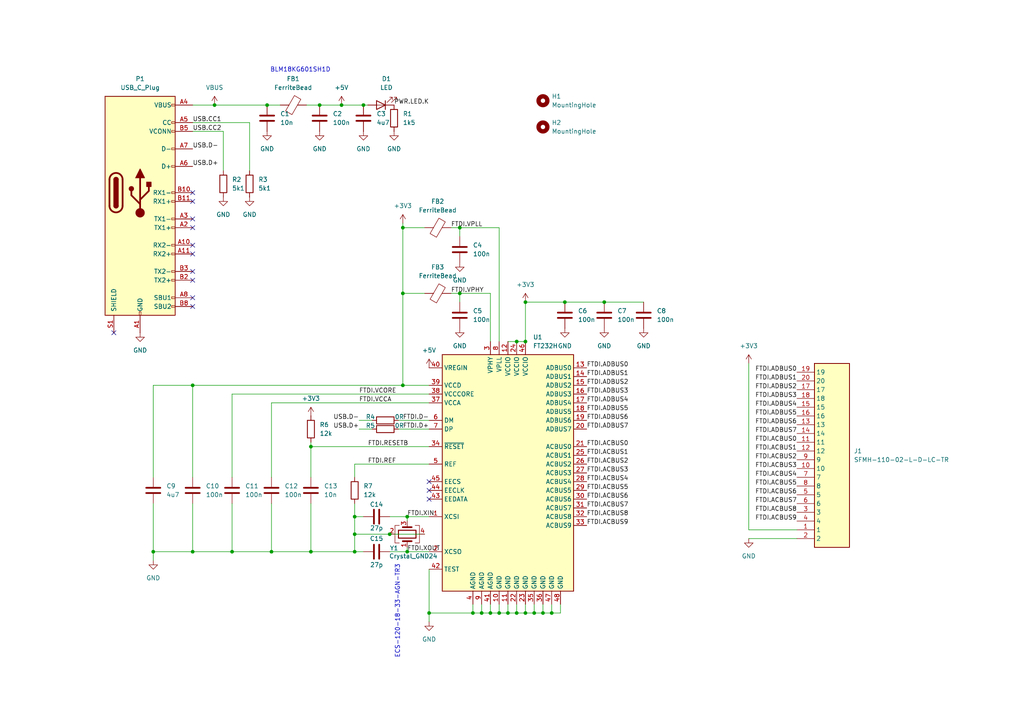
<source format=kicad_sch>
(kicad_sch (version 20231120) (generator "eeschema") (generator_version "8.0")
  (paper "A4")
  (title_block (title "FT232H Breakout Board Expansion Card") (date "2024-05-25") (rev "A"))
  (lib_symbols
    (symbol "Connector:USB_C_Plug" (pin_names (offset 1.016))
      (property "Reference" "P" (at -10.16 29.21 0))
      (property "Value" "USB_C_Plug" (at 10.16 29.21 0))
      (symbol "USB_C_Plug_0_0"
        (rectangle (start -0.254 -35.56) (end 0.254 -34.544))
        (rectangle (start 10.16 -32.766) (end 9.144 -33.274))
        (rectangle (start 10.16 -30.226) (end 9.144 -30.734))
        (rectangle (start 10.16 -25.146) (end 9.144 -25.654))
        (rectangle (start 10.16 -22.606) (end 9.144 -23.114))
        (rectangle (start 10.16 -17.526) (end 9.144 -18.034))
        (rectangle (start 10.16 -14.986) (end 9.144 -15.494))
        (rectangle (start 10.16 -9.906) (end 9.144 -10.414))
        (rectangle (start 10.16 -7.366) (end 9.144 -7.874))
        (rectangle (start 10.16 -2.286) (end 9.144 -2.794))
        (rectangle (start 10.16 0.254) (end 9.144 -0.254))
        (rectangle (start 10.16 7.874) (end 9.144 7.366))
        (rectangle (start 10.16 12.954) (end 9.144 12.446))
        (rectangle (start 10.16 18.034) (end 9.144 17.526))
        (rectangle (start 10.16 20.574) (end 9.144 20.066))
        (rectangle (start 10.16 25.654) (end 9.144 25.146))
      )
      (symbol "USB_C_Plug_0_1"
        (rectangle (start -10.16 27.94) (end 10.16 -35.56) (stroke (width 0.254)) (fill (type background)))
        (arc (start -8.89 -3.81) (mid -6.985 -5.7067) (end -5.08 -3.81) (stroke (width 0.508)))
        (arc (start -7.62 -3.81) (mid -6.985 -4.4423) (end -6.35 -3.81) (stroke (width 0.254)))
        (arc (start -7.62 -3.81) (mid -6.985 -4.4423) (end -6.35 -3.81) (stroke (width 0.254)) (fill (type outline)))
        (rectangle (start -7.62 -3.81) (end -6.35 3.81) (stroke (width 0.254)) (fill (type outline)))
        (arc (start -6.35 3.81) (mid -6.985 4.4423) (end -7.62 3.81) (stroke (width 0.254)))
        (arc (start -6.35 3.81) (mid -6.985 4.4423) (end -7.62 3.81) (stroke (width 0.254)) (fill (type outline)))
        (arc (start -5.08 3.81) (mid -6.985 5.7067) (end -8.89 3.81) (stroke (width 0.508)))
        (polyline (pts (xy -8.89 -3.81) (xy -8.89 3.81)) (stroke (width 0.508)))
        (polyline (pts (xy -5.08 3.81) (xy -5.08 -3.81)) (stroke (width 0.508)))
      )
      (symbol "USB_C_Plug_1_1"
        (circle (center -2.54 1.143) (radius 0.635) (stroke (width 0.254)) (fill (type outline)))
        (circle (center 0 -5.842) (radius 1.27) (fill (type outline)))
        (polyline (pts (xy 0 -5.842) (xy 0 4.318)) (stroke (width 0.508)))
        (polyline (pts (xy 0 -3.302) (xy -2.54 -0.762) (xy -2.54 0.508)) (stroke (width 0.508)))
        (polyline (pts (xy 0 -2.032) (xy 2.54 0.508) (xy 2.54 1.778)) (stroke (width 0.508)))
        (polyline (pts (xy -1.27 4.318) (xy 0 6.858) (xy 1.27 4.318) (xy -1.27 4.318)) (stroke (width 0.254)) (fill (type outline)))
        (rectangle (start 1.905 1.778) (end 3.175 3.048) (stroke (width 0.254)) (fill (type outline)))
        (pin passive line (at 0 -40.64 90) (length 5.08) (name "GND") (number "A1"))
        (pin bidirectional line (at 15.24 -15.24 180) (length 5.08) (name "RX2-") (number "A10"))
        (pin bidirectional line (at 15.24 -17.78 180) (length 5.08) (name "RX2+") (number "A11"))
        (pin passive line (at 0 -40.64 90) (length 5.08) hide (name "GND") (number "A12"))
        (pin bidirectional line (at 15.24 -10.16 180) (length 5.08) (name "TX1+") (number "A2"))
        (pin bidirectional line (at 15.24 -7.62 180) (length 5.08) (name "TX1-") (number "A3"))
        (pin passive line (at 15.24 25.4 180) (length 5.08) (name "VBUS") (number "A4"))
        (pin bidirectional line (at 15.24 20.32 180) (length 5.08) (name "CC") (number "A5"))
        (pin bidirectional line (at 15.24 7.62 180) (length 5.08) (name "D+") (number "A6"))
        (pin bidirectional line (at 15.24 12.7 180) (length 5.08) (name "D-") (number "A7"))
        (pin bidirectional line (at 15.24 -30.48 180) (length 5.08) (name "SBU1") (number "A8"))
        (pin passive line (at 15.24 25.4 180) (length 5.08) hide (name "VBUS") (number "A9"))
        (pin passive line (at 0 -40.64 90) (length 5.08) hide (name "GND") (number "B1"))
        (pin bidirectional line (at 15.24 0 180) (length 5.08) (name "RX1-") (number "B10"))
        (pin bidirectional line (at 15.24 -2.54 180) (length 5.08) (name "RX1+") (number "B11"))
        (pin passive line (at 0 -40.64 90) (length 5.08) hide (name "GND") (number "B12"))
        (pin bidirectional line (at 15.24 -25.4 180) (length 5.08) (name "TX2+") (number "B2"))
        (pin bidirectional line (at 15.24 -22.86 180) (length 5.08) (name "TX2-") (number "B3"))
        (pin passive line (at 15.24 25.4 180) (length 5.08) hide (name "VBUS") (number "B4"))
        (pin bidirectional line (at 15.24 17.78 180) (length 5.08) (name "VCONN") (number "B5"))
        (pin bidirectional line (at 15.24 -33.02 180) (length 5.08) (name "SBU2") (number "B8"))
        (pin passive line (at 15.24 25.4 180) (length 5.08) hide (name "VBUS") (number "B9"))
        (pin passive line (at -7.62 -40.64 90) (length 5.08) (name "SHIELD") (number "S1"))
      )
    )
    (symbol "Device:C" (pin_numbers hide) (pin_names (offset 0.254))
      (property "Reference" "C" (at 0.635 2.54 0))
      (property "Value" "C" (at 0.635 -2.54 0))
      (symbol "C_0_1"
        (polyline (pts (xy -2.032 -0.762) (xy 2.032 -0.762)) (stroke (width 0.508)))
        (polyline (pts (xy -2.032 0.762) (xy 2.032 0.762)) (stroke (width 0.508)))
      )
      (symbol "C_1_1"
        (pin passive line (at 0 3.81 270) (length 2.794) (name "~") (number "1"))
        (pin passive line (at 0 -3.81 90) (length 2.794) (name "~") (number "2"))
      )
    )
    (symbol "Device:Crystal_GND24" (pin_names (offset 1.016) hide)
      (property "Reference" "Y" (at 3.175 5.08 0))
      (property "Value" "Crystal_GND24" (at 3.175 3.175 0))
      (symbol "Crystal_GND24_0_1"
        (rectangle (start -1.143 2.54) (end 1.143 -2.54) (stroke (width 0.3048)))
        (polyline (pts (xy -2.54 0) (xy -2.032 0)))
        (polyline (pts (xy -2.032 -1.27) (xy -2.032 1.27)) (stroke (width 0.508)))
        (polyline (pts (xy 0 -3.81) (xy 0 -3.556)))
        (polyline (pts (xy 0 3.556) (xy 0 3.81)))
        (polyline (pts (xy 2.032 -1.27) (xy 2.032 1.27)) (stroke (width 0.508)))
        (polyline (pts (xy 2.032 0) (xy 2.54 0)))
        (polyline (pts (xy -2.54 -2.286) (xy -2.54 -3.556) (xy 2.54 -3.556) (xy 2.54 -2.286)))
        (polyline (pts (xy -2.54 2.286) (xy -2.54 3.556) (xy 2.54 3.556) (xy 2.54 2.286)))
      )
      (symbol "Crystal_GND24_1_1"
        (pin passive line (at -3.81 0 0) (length 1.27) (name "1") (number "1"))
        (pin passive line (at 0 5.08 270) (length 1.27) (name "2") (number "2"))
        (pin passive line (at 3.81 0 180) (length 1.27) (name "3") (number "3"))
        (pin passive line (at 0 -5.08 90) (length 1.27) (name "4") (number "4"))
      )
    )
    (symbol "Device:FerriteBead" (pin_numbers hide) (pin_names (offset 0))
      (property "Reference" "FB" (at -3.81 0.635 90))
      (property "Value" "FerriteBead" (at 3.81 0 90))
      (symbol "FerriteBead_0_1"
        (polyline (pts (xy 0 -1.27) (xy 0 -1.2192)))
        (polyline (pts (xy 0 1.27) (xy 0 1.2954)))
        (polyline (pts (xy -2.7686 0.4064) (xy -1.7018 2.2606) (xy 2.7686 -0.3048) (xy 1.6764 -2.159) (xy -2.7686 0.4064)))
      )
      (symbol "FerriteBead_1_1"
        (pin passive line (at 0 3.81 270) (length 2.54) (name "~") (number "1"))
        (pin passive line (at 0 -3.81 90) (length 2.54) (name "~") (number "2"))
      )
    )
    (symbol "Device:LED" (pin_numbers hide) (pin_names (offset 1.016) hide)
      (property "Reference" "D" (at 0 2.54 0))
      (property "Value" "LED" (at 0 -2.54 0))
      (symbol "LED_0_1"
        (polyline (pts (xy -1.27 -1.27) (xy -1.27 1.27)) (stroke (width 0.254)))
        (polyline (pts (xy -1.27 0) (xy 1.27 0)))
        (polyline (pts (xy 1.27 -1.27) (xy 1.27 1.27) (xy -1.27 0) (xy 1.27 -1.27)) (stroke (width 0.254)))
        (polyline (pts (xy -3.048 -0.762) (xy -4.572 -2.286) (xy -3.81 -2.286) (xy -4.572 -2.286) (xy -4.572 -1.524)))
        (polyline (pts (xy -1.778 -0.762) (xy -3.302 -2.286) (xy -2.54 -2.286) (xy -3.302 -2.286) (xy -3.302 -1.524)))
      )
      (symbol "LED_1_1"
        (pin passive line (at -3.81 0 0) (length 2.54) (name "K") (number "1"))
        (pin passive line (at 3.81 0 180) (length 2.54) (name "A") (number "2"))
      )
    )
    (symbol "Device:R" (pin_numbers hide) (pin_names (offset 0))
      (property "Reference" "R" (at 2.032 0 90))
      (property "Value" "R" (at 0 0 90))
      (symbol "R_0_1"
        (rectangle (start -1.016 -2.54) (end 1.016 2.54) (stroke (width 0.254)))
      )
      (symbol "R_1_1"
        (pin passive line (at 0 3.81 270) (length 1.27) (name "~") (number "1"))
        (pin passive line (at 0 -3.81 90) (length 1.27) (name "~") (number "2"))
      )
    )
    (symbol "Interface_USB:FT232H"
      (property "Reference" "U" (at -19.05 35.56 0))
      (property "Value" "FT232H" (at 12.7 35.56 0))
      (symbol "FT232H_0_1"
        (rectangle (start -19.05 34.29) (end 19.05 -34.29) (stroke (width 0.254)) (fill (type background)))
      )
      (symbol "FT232H_1_1"
        (pin input line (at -22.86 -12.7 0) (length 3.81) (name "XCSI") (number "1"))
        (pin power_in line (at -2.54 -38.1 90) (length 3.81) (name "GND") (number "10"))
        (pin power_in line (at 0 -38.1 90) (length 3.81) (name "GND") (number "11"))
        (pin power_in line (at 0 38.1 270) (length 3.81) (name "VCCIO") (number "12"))
        (pin bidirectional line (at 22.86 30.48 180) (length 3.81) (name "ADBUS0") (number "13"))
        (pin bidirectional line (at 22.86 27.94 180) (length 3.81) (name "ADBUS1") (number "14"))
        (pin bidirectional line (at 22.86 25.4 180) (length 3.81) (name "ADBUS2") (number "15"))
        (pin bidirectional line (at 22.86 22.86 180) (length 3.81) (name "ADBUS3") (number "16"))
        (pin bidirectional line (at 22.86 20.32 180) (length 3.81) (name "ADBUS4") (number "17"))
        (pin bidirectional line (at 22.86 17.78 180) (length 3.81) (name "ADBUS5") (number "18"))
        (pin bidirectional line (at 22.86 15.24 180) (length 3.81) (name "ADBUS6") (number "19"))
        (pin output line (at -22.86 -22.86 0) (length 3.81) (name "XCSO") (number "2"))
        (pin bidirectional line (at 22.86 12.7 180) (length 3.81) (name "ADBUS7") (number "20"))
        (pin bidirectional line (at 22.86 7.62 180) (length 3.81) (name "ACBUS0") (number "21"))
        (pin power_in line (at 2.54 -38.1 90) (length 3.81) (name "GND") (number "22"))
        (pin power_in line (at 5.08 -38.1 90) (length 3.81) (name "GND") (number "23"))
        (pin power_in line (at 2.54 38.1 270) (length 3.81) (name "VCCIO") (number "24"))
        (pin bidirectional line (at 22.86 5.08 180) (length 3.81) (name "ACBUS1") (number "25"))
        (pin bidirectional line (at 22.86 2.54 180) (length 3.81) (name "ACBUS2") (number "26"))
        (pin bidirectional line (at 22.86 0 180) (length 3.81) (name "ACBUS3") (number "27"))
        (pin bidirectional line (at 22.86 -2.54 180) (length 3.81) (name "ACBUS4") (number "28"))
        (pin bidirectional line (at 22.86 -5.08 180) (length 3.81) (name "ACBUS5") (number "29"))
        (pin power_in line (at -5.08 38.1 270) (length 3.81) (name "VPHY") (number "3"))
        (pin bidirectional line (at 22.86 -7.62 180) (length 3.81) (name "ACBUS6") (number "30"))
        (pin bidirectional line (at 22.86 -10.16 180) (length 3.81) (name "ACBUS7") (number "31"))
        (pin bidirectional line (at 22.86 -12.7 180) (length 3.81) (name "ACBUS8") (number "32"))
        (pin bidirectional line (at 22.86 -15.24 180) (length 3.81) (name "ACBUS9") (number "33"))
        (pin input line (at -22.86 7.62 0) (length 3.81) (name "~{RESET}") (number "34"))
        (pin power_in line (at 7.62 -38.1 90) (length 3.81) (name "GND") (number "35"))
        (pin power_in line (at 10.16 -38.1 90) (length 3.81) (name "GND") (number "36"))
        (pin power_out line (at -22.86 20.32 0) (length 3.81) (name "VCCA") (number "37"))
        (pin power_out line (at -22.86 22.86 0) (length 3.81) (name "VCCCORE") (number "38"))
        (pin power_in line (at -22.86 25.4 0) (length 3.81) (name "VCCD") (number "39"))
        (pin power_in line (at -10.16 -38.1 90) (length 3.81) (name "AGND") (number "4"))
        (pin power_in line (at -22.86 30.48 0) (length 3.81) (name "VREGIN") (number "40"))
        (pin power_in line (at -5.08 -38.1 90) (length 3.81) (name "AGND") (number "41"))
        (pin input line (at -22.86 -27.94 0) (length 3.81) (name "TEST") (number "42"))
        (pin bidirectional line (at -22.86 -7.62 0) (length 3.81) (name "EEDATA") (number "43"))
        (pin input line (at -22.86 -5.08 0) (length 3.81) (name "EECLK") (number "44"))
        (pin input line (at -22.86 -2.54 0) (length 3.81) (name "EECS") (number "45"))
        (pin power_in line (at 5.08 38.1 270) (length 3.81) (name "VCCIO") (number "46"))
        (pin power_in line (at 12.7 -38.1 90) (length 3.81) (name "GND") (number "47"))
        (pin power_in line (at 15.24 -38.1 90) (length 3.81) (name "GND") (number "48"))
        (pin input line (at -22.86 2.54 0) (length 3.81) (name "REF") (number "5"))
        (pin bidirectional line (at -22.86 15.24 0) (length 3.81) (name "DM") (number "6"))
        (pin bidirectional line (at -22.86 12.7 0) (length 3.81) (name "DP") (number "7"))
        (pin power_in line (at -2.54 38.1 270) (length 3.81) (name "VPLL") (number "8"))
        (pin power_in line (at -7.62 -38.1 90) (length 3.81) (name "AGND") (number "9"))
      )
    )
    (symbol "Mechanical:MountingHole" (pin_names (offset 1.016)) (exclude_from_sim yes) (in_bom no)
      (property "Reference" "H" (at 0 5.08 0))
      (property "Value" "MountingHole" (at 0 3.175 0))
      (symbol "MountingHole_0_1"
        (circle (center 0 0) (radius 1.27) (stroke (width 1.27)))
      )
    )
    (symbol "SFMH-110-02-L-D-LC-TR:SFMH-110-02-L-D-LC-TR"
      (property "Reference" "J" (at 16.51 7.62 0))
      (property "Value" "SFMH-110-02-L-D-LC-TR" (at 16.51 5.08 0))
      (symbol "SFMH-110-02-L-D-LC-TR_1_1"
        (rectangle (start 5.08 2.54) (end 15.24 -50.8) (stroke (width 0.254)) (fill (type background)))
        (pin passive line (at 0 -45.72 0) (length 5.08) (name "1") (number "1"))
        (pin passive line (at 0 -27.94 0) (length 5.08) (name "10") (number "10"))
        (pin passive line (at 0 -20.32 0) (length 5.08) (name "11") (number "11"))
        (pin passive line (at 0 -22.86 0) (length 5.08) (name "12") (number "12"))
        (pin passive line (at 0 -15.24 0) (length 5.08) (name "13") (number "13"))
        (pin passive line (at 0 -17.78 0) (length 5.08) (name "14") (number "14"))
        (pin passive line (at 0 -10.16 0) (length 5.08) (name "15") (number "15"))
        (pin passive line (at 0 -12.7 0) (length 5.08) (name "16") (number "16"))
        (pin passive line (at 0 -5.08 0) (length 5.08) (name "17") (number "17"))
        (pin passive line (at 0 -7.62 0) (length 5.08) (name "18") (number "18"))
        (pin passive line (at 0 0 0) (length 5.08) (name "19") (number "19"))
        (pin passive line (at 0 -48.26 0) (length 5.08) (name "2") (number "2"))
        (pin passive line (at 0 -2.54 0) (length 5.08) (name "20") (number "20"))
        (pin passive line (at 0 -40.64 0) (length 5.08) (name "3") (number "3"))
        (pin passive line (at 0 -43.18 0) (length 5.08) (name "4") (number "4"))
        (pin passive line (at 0 -35.56 0) (length 5.08) (name "5") (number "5"))
        (pin passive line (at 0 -38.1 0) (length 5.08) (name "6") (number "6"))
        (pin passive line (at 0 -30.48 0) (length 5.08) (name "7") (number "7"))
        (pin passive line (at 0 -33.02 0) (length 5.08) (name "8") (number "8"))
        (pin passive line (at 0 -25.4 0) (length 5.08) (name "9") (number "9"))
      )
    )
    (symbol "power:+3V3" (power) (pin_numbers hide) (pin_names (offset 0) hide)
      (property "Value" "+3V3" (at 0 3.556 0))
      (symbol "+3V3_0_1"
        (polyline (pts (xy -0.762 1.27) (xy 0 2.54)))
        (polyline (pts (xy 0 0) (xy 0 2.54)))
        (polyline (pts (xy 0 2.54) (xy 0.762 1.27)))
      )
      (symbol "+3V3_1_1"
        (pin power_in line (at 0 0 90) (length 0) (name "~") (number "1"))
      )
    )
    (symbol "power:+5V" (power) (pin_numbers hide) (pin_names (offset 0) hide)
      (property "Value" "+5V" (at 0 3.556 0))
      (symbol "+5V_0_1"
        (polyline (pts (xy -0.762 1.27) (xy 0 2.54)))
        (polyline (pts (xy 0 0) (xy 0 2.54)))
        (polyline (pts (xy 0 2.54) (xy 0.762 1.27)))
      )
      (symbol "+5V_1_1"
        (pin power_in line (at 0 0 90) (length 0) (name "~") (number "1"))
      )
    )
    (symbol "power:GND" (power) (pin_numbers hide) (pin_names (offset 0) hide)
      (property "Value" "GND" (at 0 -3.81 0))
      (symbol "GND_0_1"
        (polyline (pts (xy 0 0) (xy 0 -1.27) (xy 1.27 -1.27) (xy 0 -2.54) (xy -1.27 -1.27) (xy 0 -1.27)))
      )
      (symbol "GND_1_1"
        (pin power_in line (at 0 0 270) (length 0) (name "~") (number "1"))
      )
    )
    (symbol "power:VBUS" (power) (pin_numbers hide) (pin_names (offset 0) hide)
      (property "Value" "VBUS" (at 0 3.556 0))
      (symbol "VBUS_0_1"
        (polyline (pts (xy -0.762 1.27) (xy 0 2.54)))
        (polyline (pts (xy 0 0) (xy 0 2.54)))
        (polyline (pts (xy 0 2.54) (xy 0.762 1.27)))
      )
      (symbol "VBUS_1_1"
        (pin power_in line (at 0 0 90) (length 0) (name "~") (number "1"))
      )
    )
  )
  (junction (at 78.74 160.02))
  (junction (at 124.46 177.8))
  (junction (at 163.83 87.63))
  (junction (at 55.88 111.76))
  (junction (at 102.87 149.86))
  (junction (at 116.84 66.04))
  (junction (at 133.35 66.04))
  (junction (at 102.87 154.94))
  (junction (at 152.4 99.06))
  (junction (at 147.32 177.8))
  (junction (at 157.48 177.8))
  (junction (at 139.7 177.8))
  (junction (at 154.94 177.8))
  (junction (at 149.86 99.06))
  (junction (at 116.84 85.09))
  (junction (at 105.41 30.48))
  (junction (at 116.84 111.76))
  (junction (at 144.78 177.8))
  (junction (at 90.17 129.54))
  (junction (at 90.17 160.02))
  (junction (at 160.02 177.8))
  (junction (at 102.87 160.02))
  (junction (at 62.23 30.48))
  (junction (at 55.88 160.02))
  (junction (at 175.26 87.63))
  (junction (at 92.71 30.48))
  (junction (at 133.35 85.09))
  (junction (at 44.45 160.02))
  (junction (at 77.47 30.48))
  (junction (at 113.03 154.94))
  (junction (at 142.24 177.8))
  (junction (at 118.11 149.86))
  (junction (at 152.4 177.8))
  (junction (at 152.4 87.63))
  (junction (at 99.06 30.48))
  (junction (at 137.16 177.8))
  (junction (at 118.11 160.02))
  (junction (at 67.31 160.02))
  (junction (at 149.86 177.8))
  (no_connect (at 55.88 63.5))
  (no_connect (at 124.46 139.7))
  (no_connect (at 55.88 71.12))
  (no_connect (at 55.88 86.36))
  (no_connect (at 55.88 66.04))
  (no_connect (at 124.46 144.78))
  (no_connect (at 124.46 142.24))
  (no_connect (at 55.88 88.9))
  (no_connect (at 55.88 81.28))
  (no_connect (at 55.88 55.88))
  (no_connect (at 55.88 58.42))
  (no_connect (at 55.88 73.66))
  (no_connect (at 55.88 78.74))
  (no_connect (at 33.02 96.52))
  (wire (pts (xy 130.81 66.04) (xy 133.35 66.04)))
  (wire (pts (xy 67.31 114.3) (xy 124.46 114.3)))
  (wire (pts (xy 105.41 30.48) (xy 106.68 30.48)))
  (wire (pts (xy 116.84 64.77) (xy 116.84 66.04)))
  (wire (pts (xy 44.45 162.56) (xy 44.45 160.02)))
  (wire (pts (xy 104.14 121.92) (xy 107.95 121.92)))
  (wire (pts (xy 137.16 175.26) (xy 137.16 177.8)))
  (wire (pts (xy 152.4 177.8) (xy 149.86 177.8)))
  (wire (pts (xy 118.11 160.02) (xy 124.46 160.02)))
  (wire (pts (xy 44.45 160.02) (xy 55.88 160.02)))
  (wire (pts (xy 72.39 49.53) (xy 72.39 35.56)))
  (wire (pts (xy 175.26 87.63) (xy 163.83 87.63)))
  (wire (pts (xy 124.46 177.8) (xy 137.16 177.8)))
  (wire (pts (xy 124.46 177.8) (xy 124.46 180.34)))
  (wire (pts (xy 55.88 138.43) (xy 55.88 111.76)))
  (wire (pts (xy 115.57 121.92) (xy 124.46 121.92)))
  (wire (pts (xy 139.7 175.26) (xy 139.7 177.8)))
  (wire (pts (xy 44.45 138.43) (xy 44.45 111.76)))
  (wire (pts (xy 55.88 30.48) (xy 62.23 30.48)))
  (wire (pts (xy 55.88 111.76) (xy 116.84 111.76)))
  (wire (pts (xy 90.17 146.05) (xy 90.17 160.02)))
  (wire (pts (xy 147.32 175.26) (xy 147.32 177.8)))
  (wire (pts (xy 133.35 85.09) (xy 142.24 85.09)))
  (wire (pts (xy 113.03 154.94) (xy 123.19 154.94)))
  (wire (pts (xy 154.94 175.26) (xy 154.94 177.8)))
  (wire (pts (xy 92.71 30.48) (xy 99.06 30.48)))
  (wire (pts (xy 147.32 99.06) (xy 149.86 99.06)))
  (wire (pts (xy 90.17 129.54) (xy 90.17 138.43)))
  (wire (pts (xy 186.69 87.63) (xy 175.26 87.63)))
  (wire (pts (xy 44.45 111.76) (xy 55.88 111.76)))
  (wire (pts (xy 133.35 85.09) (xy 133.35 87.63)))
  (wire (pts (xy 104.14 124.46) (xy 107.95 124.46)))
  (wire (pts (xy 78.74 146.05) (xy 78.74 160.02)))
  (wire (pts (xy 44.45 146.05) (xy 44.45 160.02)))
  (wire (pts (xy 116.84 85.09) (xy 123.19 85.09)))
  (wire (pts (xy 102.87 160.02) (xy 105.41 160.02)))
  (wire (pts (xy 92.71 30.48) (xy 88.9 30.48)))
  (wire (pts (xy 163.83 87.63) (xy 152.4 87.63)))
  (wire (pts (xy 137.16 177.8) (xy 139.7 177.8)))
  (wire (pts (xy 102.87 149.86) (xy 102.87 154.94)))
  (wire (pts (xy 90.17 129.54) (xy 124.46 129.54)))
  (wire (pts (xy 116.84 111.76) (xy 116.84 85.09)))
  (wire (pts (xy 62.23 30.48) (xy 77.47 30.48)))
  (wire (pts (xy 102.87 146.05) (xy 102.87 149.86)))
  (wire (pts (xy 217.17 153.67) (xy 231.14 153.67)))
  (wire (pts (xy 116.84 66.04) (xy 116.84 85.09)))
  (wire (pts (xy 99.06 30.48) (xy 105.41 30.48)))
  (wire (pts (xy 118.11 160.02) (xy 113.03 160.02)))
  (wire (pts (xy 115.57 124.46) (xy 124.46 124.46)))
  (wire (pts (xy 102.87 134.62) (xy 124.46 134.62)))
  (wire (pts (xy 72.39 35.56) (xy 55.88 35.56)))
  (wire (pts (xy 157.48 175.26) (xy 157.48 177.8)))
  (wire (pts (xy 102.87 154.94) (xy 102.87 160.02)))
  (wire (pts (xy 157.48 177.8) (xy 154.94 177.8)))
  (wire (pts (xy 142.24 85.09) (xy 142.24 99.06)))
  (wire (pts (xy 124.46 165.1) (xy 124.46 177.8)))
  (wire (pts (xy 162.56 177.8) (xy 160.02 177.8)))
  (wire (pts (xy 105.41 149.86) (xy 102.87 149.86)))
  (wire (pts (xy 124.46 111.76) (xy 116.84 111.76)))
  (wire (pts (xy 118.11 158.75) (xy 118.11 160.02)))
  (wire (pts (xy 147.32 177.8) (xy 144.78 177.8)))
  (wire (pts (xy 102.87 160.02) (xy 90.17 160.02)))
  (wire (pts (xy 160.02 177.8) (xy 157.48 177.8)))
  (wire (pts (xy 162.56 175.26) (xy 162.56 177.8)))
  (wire (pts (xy 152.4 87.63) (xy 152.4 99.06)))
  (wire (pts (xy 133.35 66.04) (xy 144.78 66.04)))
  (wire (pts (xy 149.86 99.06) (xy 152.4 99.06)))
  (wire (pts (xy 78.74 116.84) (xy 78.74 138.43)))
  (wire (pts (xy 124.46 116.84) (xy 78.74 116.84)))
  (wire (pts (xy 217.17 156.21) (xy 231.14 156.21)))
  (wire (pts (xy 77.47 30.48) (xy 81.28 30.48)))
  (wire (pts (xy 116.84 66.04) (xy 123.19 66.04)))
  (wire (pts (xy 142.24 177.8) (xy 139.7 177.8)))
  (wire (pts (xy 113.03 149.86) (xy 118.11 149.86)))
  (wire (pts (xy 102.87 134.62) (xy 102.87 138.43)))
  (wire (pts (xy 154.94 177.8) (xy 152.4 177.8)))
  (wire (pts (xy 90.17 128.27) (xy 90.17 129.54)))
  (wire (pts (xy 149.86 175.26) (xy 149.86 177.8)))
  (wire (pts (xy 55.88 146.05) (xy 55.88 160.02)))
  (wire (pts (xy 78.74 160.02) (xy 90.17 160.02)))
  (wire (pts (xy 142.24 175.26) (xy 142.24 177.8)))
  (wire (pts (xy 67.31 146.05) (xy 67.31 160.02)))
  (wire (pts (xy 217.17 105.41) (xy 217.17 153.67)))
  (wire (pts (xy 118.11 149.86) (xy 118.11 151.13)))
  (wire (pts (xy 133.35 85.09) (xy 130.81 85.09)))
  (wire (pts (xy 144.78 175.26) (xy 144.78 177.8)))
  (wire (pts (xy 55.88 160.02) (xy 67.31 160.02)))
  (wire (pts (xy 133.35 66.04) (xy 133.35 68.58)))
  (wire (pts (xy 64.77 49.53) (xy 64.77 38.1)))
  (wire (pts (xy 144.78 66.04) (xy 144.78 99.06)))
  (wire (pts (xy 102.87 154.94) (xy 113.03 154.94)))
  (wire (pts (xy 144.78 177.8) (xy 142.24 177.8)))
  (wire (pts (xy 64.77 38.1) (xy 55.88 38.1)))
  (wire (pts (xy 147.32 177.8) (xy 149.86 177.8)))
  (wire (pts (xy 160.02 175.26) (xy 160.02 177.8)))
  (wire (pts (xy 67.31 114.3) (xy 67.31 138.43)))
  (wire (pts (xy 67.31 160.02) (xy 78.74 160.02)))
  (wire (pts (xy 152.4 175.26) (xy 152.4 177.8)))
  (wire (pts (xy 118.11 149.86) (xy 124.46 149.86)))
  (text "ECS-120-18-33-AGN-TR3" (at 115.316 177.292 90) (effects (font (size 1.27 1.27))))
  (text "BLM18KG601SH1D" (at 87.122 20.32 0) (effects (font (size 1.27 1.27))))
  (label "FTDI.XOUT" (at 118.11 160.02 0))
  (label "FTDI.ACBUS3" (at 170.18 137.16 0))
  (label "USB.D-" (at 104.14 121.92 180))
  (label "PWR.LED.K" (at 114.3 30.48 0))
  (label "USB.CC1" (at 55.88 35.56 0))
  (label "USB.D-" (at 55.88 43.18 0))
  (label "FTDI.ACBUS0" (at 170.18 129.54 0))
  (label "FTDI.REF" (at 106.68 134.62 0))
  (label "FTDI.ACBUS1" (at 170.18 132.08 0))
  (label "FTDI.ADBUS3" (at 170.18 114.3 0))
  (label "FTDI.ADBUS2" (at 170.18 111.76 0))
  (label "FTDI.ACBUS5" (at 231.14 140.97 180))
  (label "FTDI.XIN" (at 118.11 149.86 0))
  (label "FTDI.ADBUS6" (at 170.18 121.92 0))
  (label "FTDI.ACBUS7" (at 170.18 147.32 0))
  (label "FTDI.ACBUS4" (at 170.18 139.7 0))
  (label "FTDI.ACBUS9" (at 231.14 151.13 180))
  (label "FTDI.VCORE" (at 104.14 114.3 0))
  (label "FTDI.D-" (at 116.84 121.92 0))
  (label "USB.D+" (at 104.14 124.46 180))
  (label "FTDI.ACBUS8" (at 231.14 148.59 180))
  (label "FTDI.ACBUS5" (at 170.18 142.24 0))
  (label "USB.CC2" (at 55.88 38.1 0))
  (label "FTDI.ACBUS1" (at 231.14 130.81 180))
  (label "FTDI.ADBUS1" (at 170.18 109.22 0))
  (label "FTDI.ADBUS7" (at 170.18 124.46 0))
  (label "FTDI.VPLL" (at 130.81 66.04 0))
  (label "FTDI.ADBUS3" (at 231.14 115.57 180))
  (label "FTDI.VPHY" (at 130.81 85.09 0))
  (label "FTDI.ADBUS4" (at 231.14 118.11 180))
  (label "FTDI.ADBUS6" (at 231.14 123.19 180))
  (label "FTDI.ACBUS6" (at 170.18 144.78 0))
  (label "FTDI.ADBUS4" (at 170.18 116.84 0))
  (label "FTDI.ACBUS3" (at 231.14 135.89 180))
  (label "FTDI.ACBUS6" (at 231.14 143.51 180))
  (label "FTDI.D+" (at 116.84 124.46 0))
  (label "FTDI.ADBUS2" (at 231.14 113.03 180))
  (label "FTDI.ACBUS2" (at 170.18 134.62 0))
  (label "USB.D+" (at 55.88 48.26 0))
  (label "FTDI.RESETB" (at 106.68 129.54 0))
  (label "FTDI.ADBUS0" (at 170.18 106.68 0))
  (label "FTDI.ACBUS7" (at 231.14 146.05 180))
  (label "FTDI.ADBUS0" (at 231.14 107.95 180))
  (label "FTDI.ACBUS2" (at 231.14 133.35 180))
  (label "FTDI.ACBUS0" (at 231.14 128.27 180))
  (label "FTDI.ACBUS9" (at 170.18 152.4 0))
  (label "FTDI.VCCA" (at 104.14 116.84 0))
  (label "FTDI.ADBUS1" (at 231.14 110.49 180))
  (label "FTDI.ACBUS4" (at 231.14 138.43 180))
  (label "FTDI.ADBUS5" (at 231.14 120.65 180))
  (label "FTDI.ACBUS8" (at 170.18 149.86 0))
  (label "FTDI.ADBUS7" (at 231.14 125.73 180))
  (label "FTDI.ADBUS5" (at 170.18 119.38 0))
  (symbol (lib_id "Mechanical:MountingHole") (at 157.48 36.83 0) (unit 1) (exclude_from_sim yes) (in_bom no)
    (property "Reference" "H2" (at 160.02 35.5599 0) (effects (justify left)))
    (property "Value" "MountingHole" (at 160.02 38.0999 0) (effects (justify left)))
    (property "Footprint" "MountingHole:MountingHole_2.2mm_M2" (effects (hide yes)))
    (property "Description" "Mounting Hole without connection" (effects (hide yes)))
  )
  (symbol (lib_id "Device:C") (at 163.83 91.44 0) (unit 1)
    (property "Reference" "C6" (at 167.64 90.1699 0) (effects (justify left)))
    (property "Value" "100n" (at 167.64 92.7099 0) (effects (justify left)))
    (property "Footprint" "Capacitor_SMD:C_0603_1608Metric_Pad1.08x0.95mm_HandSolder" (effects (hide yes)))
    (property "Description" "Unpolarized capacitor" (effects (hide yes)))
  )
  (symbol (lib_id "power:GND") (at 163.83 95.25 0) (unit 1)
    (property "Reference" "#PWR013" (effects (hide yes)))
    (property "Value" "GND" (at 163.83 100.33 0))
    (property "Description" "Power symbol creates a global label with name \"GND\" , ground" (effects (hide yes)))
  )
  (symbol (lib_id "Device:C") (at 133.35 72.39 0) (unit 1)
    (property "Reference" "C4" (at 137.16 71.1199 0) (effects (justify left)))
    (property "Value" "100n" (at 137.16 73.6599 0) (effects (justify left)))
    (property "Footprint" "Capacitor_SMD:C_0603_1608Metric_Pad1.08x0.95mm_HandSolder" (effects (hide yes)))
    (property "Description" "Unpolarized capacitor" (effects (hide yes)))
  )
  (symbol (lib_id "power:GND") (at 72.39 57.15 0) (unit 1)
    (property "Reference" "#PWR08" (effects (hide yes)))
    (property "Value" "GND" (at 72.39 62.23 0))
    (property "Description" "Power symbol creates a global label with name \"GND\" , ground" (effects (hide yes)))
  )
  (symbol (lib_id "Device:C") (at 105.41 34.29 0) (unit 1)
    (property "Reference" "C3" (at 109.22 33.0199 0) (effects (justify left)))
    (property "Value" "4u7" (at 109.22 35.5599 0) (effects (justify left)))
    (property "Footprint" "Capacitor_SMD:C_0603_1608Metric_Pad1.08x0.95mm_HandSolder" (effects (hide yes)))
    (property "Description" "Unpolarized capacitor" (effects (hide yes)))
  )
  (symbol (lib_id "power:GND") (at 175.26 95.25 0) (unit 1)
    (property "Reference" "#PWR014" (effects (hide yes)))
    (property "Value" "GND" (at 175.26 100.33 0))
    (property "Description" "Power symbol creates a global label with name \"GND\" , ground" (effects (hide yes)))
  )
  (symbol (lib_id "Device:R") (at 72.39 53.34 0) (unit 1)
    (property "Reference" "R3" (at 74.93 52.0699 0) (effects (justify left)))
    (property "Value" "5k1" (at 74.93 54.6099 0) (effects (justify left)))
    (property "Footprint" "Resistor_SMD:R_0603_1608Metric_Pad0.98x0.95mm_HandSolder" (effects (hide yes)))
    (property "Description" "Resistor" (effects (hide yes)))
  )
  (symbol (lib_id "power:+5V") (at 124.46 106.68 0) (unit 1)
    (property "Reference" "#PWR018" (effects (hide yes)))
    (property "Value" "+5V" (at 124.46 101.6 0))
    (property "Description" "Power symbol creates a global label with name \"+5V\"" (effects (hide yes)))
  )
  (symbol (lib_id "Device:C") (at 90.17 142.24 0) (unit 1)
    (property "Reference" "C13" (at 93.98 140.9699 0) (effects (justify left)))
    (property "Value" "10n" (at 93.98 143.5099 0) (effects (justify left)))
    (property "Footprint" "Capacitor_SMD:C_0603_1608Metric_Pad1.08x0.95mm_HandSolder" (effects (hide yes)))
    (property "Description" "Unpolarized capacitor" (effects (hide yes)))
  )
  (symbol (lib_id "power:GND") (at 92.71 38.1 0) (unit 1)
    (property "Reference" "#PWR04" (effects (hide yes)))
    (property "Value" "GND" (at 92.71 43.18 0))
    (property "Description" "Power symbol creates a global label with name \"GND\" , ground" (effects (hide yes)))
  )
  (symbol (lib_id "SFMH-110-02-L-D-LC-TR:SFMH-110-02-L-D-LC-TR") (at 231.14 107.95 0) (unit 1)
    (property "Reference" "J1" (at 247.65 130.8099 0) (effects (justify left)))
    (property "Value" "SFMH-110-02-L-D-LC-TR" (at 247.65 133.3499 0) (effects (justify left)))
    (property "Footprint" "SFMH-110-02-L-D-LC-TR:SFMH11002LDLCTR" (effects (hide yes)))
    (property "Datasheet" "http://suddendocs.samtec.com/prints/sfmh-1xx-xx-xxx-d-xx-xx-mkt.pdf" (effects (hide yes)))
    (property "Description" "Headers & Wire Housings .050\" Tiger Eye  High-Reliability Socket Strip, Horizontal Mount" (effects (hide yes)))
    (property "Height" "3.43" (effects (hide yes)))
    (property "Mouser Part Number" "200-SFMH11002LDLCTR" (effects (hide yes)))
    (property "Mouser Price/Stock" "https://www.mouser.co.uk/ProductDetail/Samtec/SFMH-110-02-L-D-LC-TR?qs=rU5fayqh%252BE0yDaUmpZ4Byw%3D%3D" (effects (hide yes)))
    (property "Manufacturer_Name" "SAMTEC" (effects (hide yes)))
    (property "Manufacturer_Part_Number" "SFMH-110-02-L-D-LC-TR" (effects (hide yes)))
  )
  (symbol (lib_id "Device:C") (at 92.71 34.29 0) (unit 1)
    (property "Reference" "C2" (at 96.52 33.0199 0) (effects (justify left)))
    (property "Value" "100n" (at 96.52 35.5599 0) (effects (justify left)))
    (property "Footprint" "Capacitor_SMD:C_0603_1608Metric_Pad1.08x0.95mm_HandSolder" (effects (hide yes)))
    (property "Description" "Unpolarized capacitor" (effects (hide yes)))
  )
  (symbol (lib_id "Mechanical:MountingHole") (at 157.48 29.21 0) (unit 1) (exclude_from_sim yes) (in_bom no)
    (property "Reference" "H1" (at 160.02 27.9399 0) (effects (justify left)))
    (property "Value" "MountingHole" (at 160.02 30.4799 0) (effects (justify left)))
    (property "Footprint" "MountingHole:MountingHole_2.2mm_M2" (effects (hide yes)))
    (property "Description" "Mounting Hole without connection" (effects (hide yes)))
  )
  (symbol (lib_id "power:+3V3") (at 116.84 64.77 0) (unit 1)
    (property "Reference" "#PWR09" (effects (hide yes)))
    (property "Value" "+3V3" (at 116.84 59.69 0))
    (property "Description" "Power symbol creates a global label with name \"+3V3\"" (effects (hide yes)))
  )
  (symbol (lib_id "Device:FerriteBead") (at 127 66.04 90) (unit 1)
    (property "Reference" "FB2" (at 126.9492 58.42 90))
    (property "Value" "FerriteBead" (at 126.9492 60.96 90))
    (property "Footprint" "Inductor_SMD:L_0603_1608Metric_Pad1.05x0.95mm_HandSolder" (effects (hide yes)))
    (property "Description" "Ferrite bead" (effects (hide yes)))
  )
  (symbol (lib_id "power:+3V3") (at 152.4 87.63 0) (unit 1)
    (property "Reference" "#PWR011" (effects (hide yes)))
    (property "Value" "+3V3" (at 152.4 82.55 0))
    (property "Description" "Power symbol creates a global label with name \"+3V3\"" (effects (hide yes)))
  )
  (symbol (lib_id "power:GND") (at 105.41 38.1 0) (unit 1)
    (property "Reference" "#PWR05" (effects (hide yes)))
    (property "Value" "GND" (at 105.41 43.18 0))
    (property "Description" "Power symbol creates a global label with name \"GND\" , ground" (effects (hide yes)))
  )
  (symbol (lib_id "Device:C") (at 175.26 91.44 0) (unit 1)
    (property "Reference" "C7" (at 179.07 90.1699 0) (effects (justify left)))
    (property "Value" "100n" (at 179.07 92.7099 0) (effects (justify left)))
    (property "Footprint" "Capacitor_SMD:C_0603_1608Metric_Pad1.08x0.95mm_HandSolder" (effects (hide yes)))
    (property "Description" "Unpolarized capacitor" (effects (hide yes)))
  )
  (symbol (lib_id "Device:R") (at 102.87 142.24 0) (unit 1)
    (property "Reference" "R7" (at 105.41 140.9699 0) (effects (justify left)))
    (property "Value" "12k" (at 105.41 143.5099 0) (effects (justify left)))
    (property "Footprint" "Resistor_SMD:R_0603_1608Metric_Pad0.98x0.95mm_HandSolder" (effects (hide yes)))
    (property "Description" "Resistor" (effects (hide yes)))
  )
  (symbol (lib_id "power:+5V") (at 99.06 30.48 0) (unit 1)
    (property "Reference" "#PWR02" (effects (hide yes)))
    (property "Value" "+5V" (at 99.06 25.4 0))
    (property "Description" "Power symbol creates a global label with name \"+5V\"" (effects (hide yes)))
  )
  (symbol (lib_id "Device:C") (at 109.22 160.02 90) (unit 1)
    (property "Reference" "C15" (at 109.22 156.21 90))
    (property "Value" "27p" (at 109.22 163.83 90))
    (property "Footprint" "Capacitor_SMD:C_0603_1608Metric_Pad1.08x0.95mm_HandSolder" (effects (hide yes)))
    (property "Description" "Unpolarized capacitor" (effects (hide yes)))
  )
  (symbol (lib_id "power:GND") (at 133.35 76.2 0) (unit 1)
    (property "Reference" "#PWR010" (effects (hide yes)))
    (property "Value" "GND" (at 133.35 81.28 0))
    (property "Description" "Power symbol creates a global label with name \"GND\" , ground" (effects (hide yes)))
  )
  (symbol (lib_id "Device:C") (at 55.88 142.24 0) (unit 1)
    (property "Reference" "C10" (at 59.69 140.9699 0) (effects (justify left)))
    (property "Value" "100n" (at 59.69 143.5099 0) (effects (justify left)))
    (property "Footprint" "Capacitor_SMD:C_0603_1608Metric_Pad1.08x0.95mm_HandSolder" (effects (hide yes)))
    (property "Description" "Unpolarized capacitor" (effects (hide yes)))
  )
  (symbol (lib_id "Device:C") (at 44.45 142.24 0) (unit 1)
    (property "Reference" "C9" (at 48.26 140.9699 0) (effects (justify left)))
    (property "Value" "4u7" (at 48.26 143.5099 0) (effects (justify left)))
    (property "Footprint" "Capacitor_SMD:C_0603_1608Metric_Pad1.08x0.95mm_HandSolder" (effects (hide yes)))
    (property "Description" "Unpolarized capacitor" (effects (hide yes)))
  )
  (symbol (lib_id "power:GND") (at 77.47 38.1 0) (unit 1)
    (property "Reference" "#PWR03" (effects (hide yes)))
    (property "Value" "GND" (at 77.47 43.18 0))
    (property "Description" "Power symbol creates a global label with name \"GND\" , ground" (effects (hide yes)))
  )
  (symbol (lib_id "Device:R") (at 64.77 53.34 0) (unit 1)
    (property "Reference" "R2" (at 67.31 52.0699 0) (effects (justify left)))
    (property "Value" "5k1" (at 67.31 54.6099 0) (effects (justify left)))
    (property "Footprint" "Resistor_SMD:R_0603_1608Metric_Pad0.98x0.95mm_HandSolder" (effects (hide yes)))
    (property "Description" "Resistor" (effects (hide yes)))
  )
  (symbol (lib_id "power:GND") (at 124.46 180.34 0) (unit 1)
    (property "Reference" "#PWR022" (effects (hide yes)))
    (property "Value" "GND" (at 124.46 185.42 0))
    (property "Description" "Power symbol creates a global label with name \"GND\" , ground" (effects (hide yes)))
  )
  (symbol (lib_id "Device:FerriteBead") (at 127 85.09 90) (unit 1)
    (property "Reference" "FB3" (at 126.9492 77.47 90))
    (property "Value" "FerriteBead" (at 126.9492 80.01 90))
    (property "Footprint" "Inductor_SMD:L_0603_1608Metric_Pad1.05x0.95mm_HandSolder" (effects (hide yes)))
    (property "Description" "Ferrite bead" (effects (hide yes)))
  )
  (symbol (lib_id "power:GND") (at 40.64 96.52 0) (unit 1)
    (property "Reference" "#PWR016" (effects (hide yes)))
    (property "Value" "GND" (at 40.64 101.6 0))
    (property "Description" "Power symbol creates a global label with name \"GND\" , ground" (effects (hide yes)))
  )
  (symbol (lib_id "Device:FerriteBead") (at 85.09 30.48 90) (unit 1)
    (property "Reference" "FB1" (at 85.0392 22.86 90))
    (property "Value" "FerriteBead" (at 85.0392 25.4 90))
    (property "Footprint" "Inductor_SMD:L_0603_1608Metric_Pad1.05x0.95mm_HandSolder" (effects (hide yes)))
    (property "Description" "Ferrite bead" (effects (hide yes)))
  )
  (symbol (lib_id "power:GND") (at 133.35 95.25 0) (unit 1)
    (property "Reference" "#PWR012" (effects (hide yes)))
    (property "Value" "GND" (at 133.35 100.33 0))
    (property "Description" "Power symbol creates a global label with name \"GND\" , ground" (effects (hide yes)))
  )
  (symbol (lib_id "Device:R") (at 90.17 124.46 0) (unit 1)
    (property "Reference" "R6" (at 92.71 123.1899 0) (effects (justify left)))
    (property "Value" "12k" (at 92.71 125.7299 0) (effects (justify left)))
    (property "Footprint" "Resistor_SMD:R_0603_1608Metric_Pad0.98x0.95mm_HandSolder" (effects (hide yes)))
    (property "Description" "Resistor" (effects (hide yes)))
  )
  (symbol (lib_id "Device:C") (at 77.47 34.29 0) (unit 1)
    (property "Reference" "C1" (at 81.28 33.0199 0) (effects (justify left)))
    (property "Value" "10n" (at 81.28 35.5599 0) (effects (justify left)))
    (property "Footprint" "Capacitor_SMD:C_0603_1608Metric_Pad1.08x0.95mm_HandSolder" (effects (hide yes)))
    (property "Description" "Unpolarized capacitor" (effects (hide yes)))
  )
  (symbol (lib_id "power:VBUS") (at 62.23 30.48 0) (unit 1)
    (property "Reference" "#PWR01" (effects (hide yes)))
    (property "Value" "VBUS" (at 62.23 25.4 0))
    (property "Description" "Power symbol creates a global label with name \"VBUS\"" (effects (hide yes)))
  )
  (symbol (lib_id "Connector:USB_C_Plug") (at 40.64 55.88 0) (unit 1)
    (property "Reference" "P1" (at 40.64 22.86 0))
    (property "Value" "USB_C_Plug" (at 40.64 25.4 0))
    (property "Footprint" "Expansion_Card:USB_C_Plug_Molex_105444" (effects (hide yes)))
    (property "Datasheet" "https://www.usb.org/sites/default/files/documents/usb_type-c.zip" (effects (hide yes)))
    (property "Description" "USB Type-C Plug connector" (effects (hide yes)))
  )
  (symbol (lib_id "power:GND") (at 64.77 57.15 0) (unit 1)
    (property "Reference" "#PWR07" (effects (hide yes)))
    (property "Value" "GND" (at 64.77 62.23 0))
    (property "Description" "Power symbol creates a global label with name \"GND\" , ground" (effects (hide yes)))
  )
  (symbol (lib_id "Device:LED") (at 110.49 30.48 180) (unit 1)
    (property "Reference" "D1" (at 112.0775 22.86 0))
    (property "Value" "LED" (at 112.0775 25.4 0))
    (property "Footprint" "LED_SMD:LED_0805_2012Metric_Pad1.15x1.40mm_HandSolder" (effects (hide yes)))
    (property "Description" "Light emitting diode" (effects (hide yes)))
  )
  (symbol (lib_id "Device:R") (at 111.76 124.46 90) (unit 1)
    (property "Reference" "R5" (at 107.442 123.444 90))
    (property "Value" "0R" (at 115.824 123.444 90))
    (property "Footprint" "Resistor_SMD:R_0402_1005Metric_Pad0.72x0.64mm_HandSolder" (effects (hide yes)))
    (property "Description" "Resistor" (effects (hide yes)))
  )
  (symbol (lib_id "Interface_USB:FT232H") (at 147.32 137.16 0) (unit 1)
    (property "Reference" "U1" (at 154.5941 97.79 0) (effects (justify left)))
    (property "Value" "FT232H" (at 154.5941 100.33 0) (effects (justify left)))
    (property "Footprint" "Package_QFP:LQFP-48_7x7mm_P0.5mm" (effects (hide yes)))
    (property "Datasheet" "https://www.ftdichip.com/Support/Documents/DataSheets/ICs/DS_FT232H.pdf" (effects (hide yes)))
    (property "Description" "Hi Speed Single Channel USB UART/FIFO, LQFP/QFN-48" (effects (hide yes)))
  )
  (symbol (lib_id "Device:R") (at 114.3 34.29 0) (unit 1)
    (property "Reference" "R1" (at 116.84 33.0199 0) (effects (justify left)))
    (property "Value" "1k5" (at 116.84 35.5599 0) (effects (justify left)))
    (property "Footprint" "Resistor_SMD:R_0603_1608Metric_Pad0.98x0.95mm_HandSolder" (effects (hide yes)))
    (property "Description" "Resistor" (effects (hide yes)))
  )
  (symbol (lib_id "Device:C") (at 186.69 91.44 0) (unit 1)
    (property "Reference" "C8" (at 190.5 90.1699 0) (effects (justify left)))
    (property "Value" "100n" (at 190.5 92.7099 0) (effects (justify left)))
    (property "Footprint" "Capacitor_SMD:C_0603_1608Metric_Pad1.08x0.95mm_HandSolder" (effects (hide yes)))
    (property "Description" "Unpolarized capacitor" (effects (hide yes)))
  )
  (symbol (lib_id "Device:C") (at 133.35 91.44 0) (unit 1)
    (property "Reference" "C5" (at 137.16 90.1699 0) (effects (justify left)))
    (property "Value" "100n" (at 137.16 92.7099 0) (effects (justify left)))
    (property "Footprint" "Capacitor_SMD:C_0603_1608Metric_Pad1.08x0.95mm_HandSolder" (effects (hide yes)))
    (property "Description" "Unpolarized capacitor" (effects (hide yes)))
  )
  (symbol (lib_id "power:+3V3") (at 90.17 120.65 0) (unit 1)
    (property "Reference" "#PWR019" (effects (hide yes)))
    (property "Value" "+3V3" (at 90.17 115.57 0))
    (property "Description" "Power symbol creates a global label with name \"+3V3\"" (effects (hide yes)))
  )
  (symbol (lib_id "power:GND") (at 186.69 95.25 0) (unit 1)
    (property "Reference" "#PWR015" (effects (hide yes)))
    (property "Value" "GND" (at 186.69 100.33 0))
    (property "Description" "Power symbol creates a global label with name \"GND\" , ground" (effects (hide yes)))
  )
  (symbol (lib_id "Device:Crystal_GND24") (at 118.11 154.94 90) (unit 1)
    (property "Reference" "Y1" (at 114.3 159.004 90))
    (property "Value" "Crystal_GND24" (at 119.888 161.29 90))
    (property "Footprint" "Crystal:Crystal_SMD_3225-4Pin_3.2x2.5mm_HandSoldering" (effects (hide yes)))
    (property "Description" "Four pin crystal, GND on pins 2 and 4" (effects (hide yes)))
  )
  (symbol (lib_id "Device:R") (at 111.76 121.92 90) (unit 1)
    (property "Reference" "R4" (at 107.442 120.904 90))
    (property "Value" "0R" (at 115.824 120.904 90))
    (property "Footprint" "Resistor_SMD:R_0402_1005Metric_Pad0.72x0.64mm_HandSolder" (effects (hide yes)))
    (property "Description" "Resistor" (effects (hide yes)))
  )
  (symbol (lib_id "power:GND") (at 217.17 156.21 0) (unit 1)
    (property "Reference" "#PWR020" (effects (hide yes)))
    (property "Value" "GND" (at 217.17 161.29 0))
    (property "Description" "Power symbol creates a global label with name \"GND\" , ground" (effects (hide yes)))
  )
  (symbol (lib_id "Device:C") (at 78.74 142.24 0) (unit 1)
    (property "Reference" "C12" (at 82.55 140.9699 0) (effects (justify left)))
    (property "Value" "100n" (at 82.55 143.5099 0) (effects (justify left)))
    (property "Footprint" "Capacitor_SMD:C_0603_1608Metric_Pad1.08x0.95mm_HandSolder" (effects (hide yes)))
    (property "Description" "Unpolarized capacitor" (effects (hide yes)))
  )
  (symbol (lib_id "power:GND") (at 44.45 162.56 0) (unit 1)
    (property "Reference" "#PWR021" (effects (hide yes)))
    (property "Value" "GND" (at 44.45 167.64 0))
    (property "Description" "Power symbol creates a global label with name \"GND\" , ground" (effects (hide yes)))
  )
  (symbol (lib_id "Device:C") (at 67.31 142.24 0) (unit 1)
    (property "Reference" "C11" (at 71.12 140.9699 0) (effects (justify left)))
    (property "Value" "100n" (at 71.12 143.5099 0) (effects (justify left)))
    (property "Footprint" "Capacitor_SMD:C_0603_1608Metric_Pad1.08x0.95mm_HandSolder" (effects (hide yes)))
    (property "Description" "Unpolarized capacitor" (effects (hide yes)))
  )
  (symbol (lib_id "Device:C") (at 109.22 149.86 90) (unit 1)
    (property "Reference" "C14" (at 109.22 146.304 90))
    (property "Value" "27p" (at 109.22 153.162 90))
    (property "Footprint" "Capacitor_SMD:C_0603_1608Metric_Pad1.08x0.95mm_HandSolder" (effects (hide yes)))
    (property "Description" "Unpolarized capacitor" (effects (hide yes)))
  )
  (symbol (lib_id "power:+3V3") (at 217.17 105.41 0) (unit 1)
    (property "Reference" "#PWR017" (effects (hide yes)))
    (property "Value" "+3V3" (at 217.17 100.33 0))
    (property "Description" "Power symbol creates a global label with name \"+3V3\"" (effects (hide yes)))
  )
  (symbol (lib_id "power:GND") (at 114.3 38.1 0) (unit 1)
    (property "Reference" "#PWR06" (effects (hide yes)))
    (property "Value" "GND" (at 114.3 43.18 0))
    (property "Description" "Power symbol creates a global label with name \"GND\" , ground" (effects (hide yes)))
  )
)
</source>
